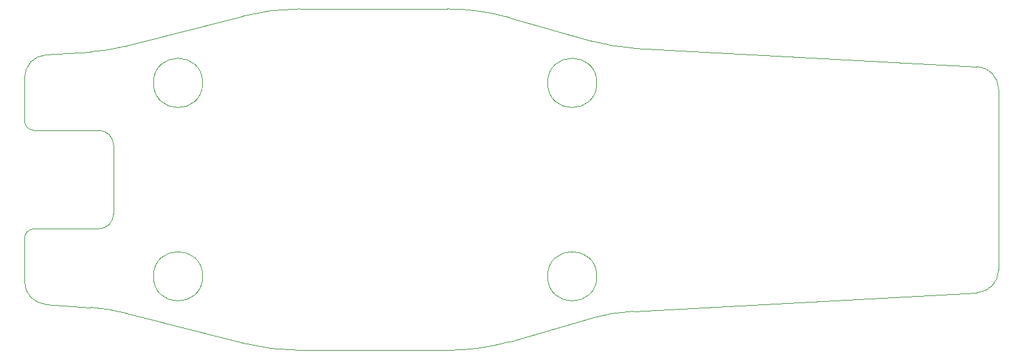
<source format=gm1>
G04 #@! TF.GenerationSoftware,KiCad,Pcbnew,7.0.2-0*
G04 #@! TF.CreationDate,2023-10-11T21:53:26-07:00*
G04 #@! TF.ProjectId,low-power,6c6f772d-706f-4776-9572-2e6b69636164,rev?*
G04 #@! TF.SameCoordinates,Original*
G04 #@! TF.FileFunction,Profile,NP*
%FSLAX46Y46*%
G04 Gerber Fmt 4.6, Leading zero omitted, Abs format (unit mm)*
G04 Created by KiCad (PCBNEW 7.0.2-0) date 2023-10-11 21:53:26*
%MOMM*%
%LPD*%
G01*
G04 APERTURE LIST*
G04 #@! TA.AperFunction,Profile*
%ADD10C,0.050000*%
G04 #@! TD*
G04 APERTURE END LIST*
D10*
X79525000Y-93225000D02*
G75*
G03*
X80775000Y-94475000I1250000J0D01*
G01*
X108366408Y-122539079D02*
G75*
G03*
X115801406Y-123475000I7434992J29063979D01*
G01*
X135323352Y-78475000D02*
X115801406Y-78475000D01*
X154316184Y-82701044D02*
G75*
G03*
X159838127Y-83626687I6868016J24037844D01*
G01*
X135323352Y-123475000D02*
X115801406Y-123475000D01*
X82320928Y-117415631D02*
X88244373Y-117819503D01*
X82320928Y-84534369D02*
X88244373Y-84130497D01*
X89275000Y-94475000D02*
X80775000Y-94475000D01*
X208025006Y-89067593D02*
G75*
G03*
X205186530Y-86071946I-3000006J-7D01*
G01*
X143564985Y-122320718D02*
X154316182Y-119248948D01*
X92739607Y-83408473D02*
X108366408Y-79410919D01*
X89275000Y-107475000D02*
X80775000Y-107475000D01*
X143564985Y-79629282D02*
X154316182Y-82701052D01*
X155025000Y-113725000D02*
G75*
G03*
X155025000Y-113725000I-3250000J0D01*
G01*
X159838127Y-83626688D02*
X205186530Y-86071945D01*
X115801406Y-78474999D02*
G75*
G03*
X108366408Y-79410920I-6J-29999901D01*
G01*
X92739607Y-118541526D02*
G75*
G03*
X88244373Y-117819503I-6195807J-24219974D01*
G01*
X103025000Y-88225000D02*
G75*
G03*
X103025000Y-88225000I-3250000J0D01*
G01*
X208025000Y-89067593D02*
X208025000Y-112882407D01*
X79525000Y-93225000D02*
X79525000Y-87527420D01*
X91275000Y-96475000D02*
G75*
G03*
X89275000Y-94475000I-2000000J0D01*
G01*
X91275000Y-105475000D02*
X91275000Y-96475000D01*
X135323352Y-123474986D02*
G75*
G03*
X143564985Y-122320718I48J29999986D01*
G01*
X159838127Y-118323305D02*
G75*
G03*
X154316182Y-119248948I1346173J-24964095D01*
G01*
X79525021Y-114422580D02*
G75*
G03*
X82320928Y-117415630I2999979J-20D01*
G01*
X79525000Y-108725000D02*
X79525000Y-114422580D01*
X80775000Y-107475000D02*
G75*
G03*
X79525000Y-108725000I0J-1250000D01*
G01*
X155025000Y-88225000D02*
G75*
G03*
X155025000Y-88225000I-3250000J0D01*
G01*
X205186530Y-115878048D02*
G75*
G03*
X208025000Y-112882407I-161530J2995648D01*
G01*
X82320927Y-84534349D02*
G75*
G03*
X79525000Y-87527420I204073J-2993051D01*
G01*
X92739607Y-118541527D02*
X108366408Y-122539081D01*
X159838127Y-118323312D02*
X205186530Y-115878055D01*
X89275000Y-107475000D02*
G75*
G03*
X91275000Y-105475000I0J2000000D01*
G01*
X143564989Y-79629269D02*
G75*
G03*
X135323352Y-78475000I-8241589J-28845731D01*
G01*
X103025000Y-113725000D02*
G75*
G03*
X103025000Y-113725000I-3250000J0D01*
G01*
X88244373Y-84130496D02*
G75*
G03*
X92739607Y-83408473I-1700573J24941996D01*
G01*
M02*

</source>
